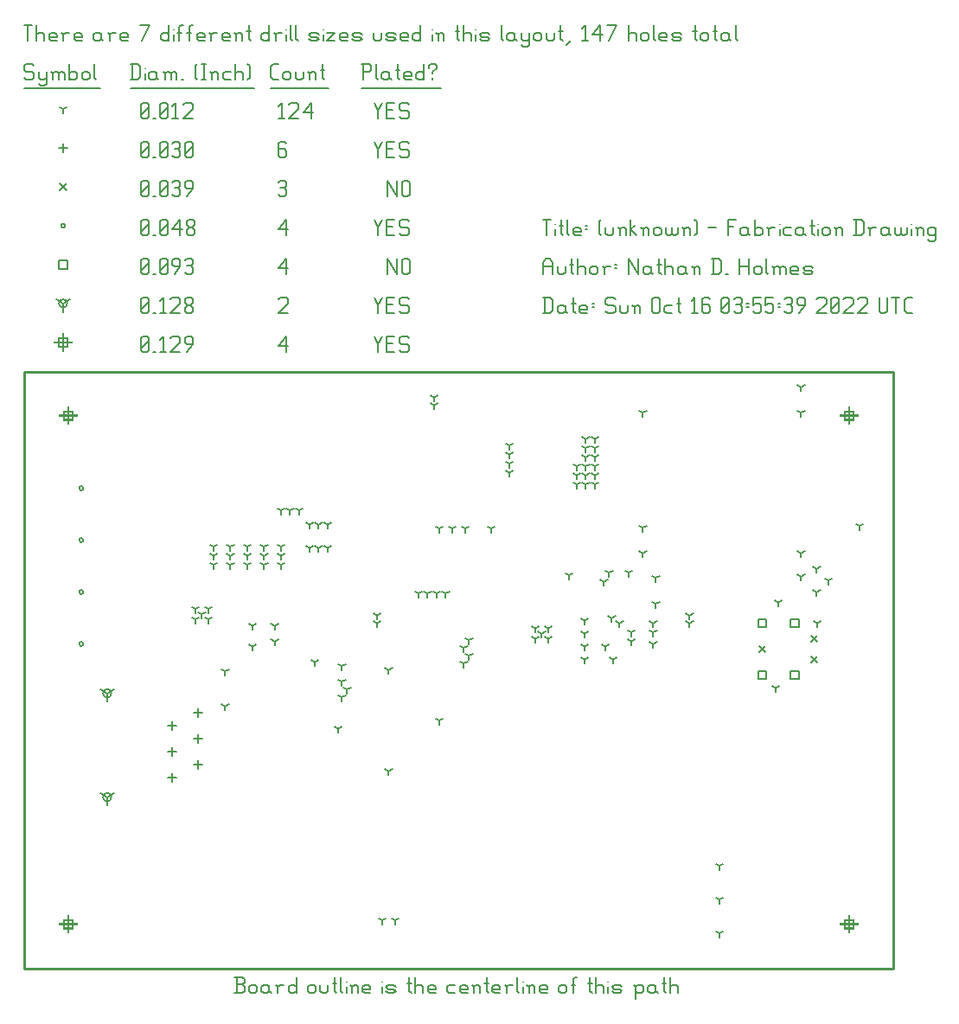
<source format=gbr>
G04 start of page 13 for group -3984 idx -3984 *
G04 Title: (unknown), fab *
G04 Creator: pcb 4.0.2 *
G04 CreationDate: Sun Oct 16 03:55:39 2022 UTC *
G04 For: ndholmes *
G04 Format: Gerber/RS-274X *
G04 PCB-Dimensions (mil): 3350.00 2300.00 *
G04 PCB-Coordinate-Origin: lower left *
%MOIN*%
%FSLAX25Y25*%
%LNFAB*%
%ADD79C,0.0100*%
%ADD78C,0.0075*%
%ADD77C,0.0060*%
%ADD76R,0.0080X0.0080*%
G54D76*X17000Y20200D02*Y13800D01*
X13800Y17000D02*X20200D01*
X15400Y18600D02*X18600D01*
X15400D02*Y15400D01*
X18600D01*
Y18600D02*Y15400D01*
X17000Y216200D02*Y209800D01*
X13800Y213000D02*X20200D01*
X15400Y214600D02*X18600D01*
X15400D02*Y211400D01*
X18600D01*
Y214600D02*Y211400D01*
X318000Y216200D02*Y209800D01*
X314800Y213000D02*X321200D01*
X316400Y214600D02*X319600D01*
X316400D02*Y211400D01*
X319600D01*
Y214600D02*Y211400D01*
X318000Y20200D02*Y13800D01*
X314800Y17000D02*X321200D01*
X316400Y18600D02*X319600D01*
X316400D02*Y15400D01*
X319600D01*
Y18600D02*Y15400D01*
X15000Y244450D02*Y238050D01*
X11800Y241250D02*X18200D01*
X13400Y242850D02*X16600D01*
X13400D02*Y239650D01*
X16600D01*
Y242850D02*Y239650D01*
G54D77*X135000Y243500D02*X136500Y240500D01*
X138000Y243500D01*
X136500Y240500D02*Y237500D01*
X139800Y240800D02*X142050D01*
X139800Y237500D02*X142800D01*
X139800Y243500D02*Y237500D01*
Y243500D02*X142800D01*
X147600D02*X148350Y242750D01*
X145350Y243500D02*X147600D01*
X144600Y242750D02*X145350Y243500D01*
X144600Y242750D02*Y241250D01*
X145350Y240500D01*
X147600D01*
X148350Y239750D01*
Y238250D01*
X147600Y237500D02*X148350Y238250D01*
X145350Y237500D02*X147600D01*
X144600Y238250D02*X145350Y237500D01*
X98000Y239750D02*X101000Y243500D01*
X98000Y239750D02*X101750D01*
X101000Y243500D02*Y237500D01*
X45000Y238250D02*X45750Y237500D01*
X45000Y242750D02*Y238250D01*
Y242750D02*X45750Y243500D01*
X47250D01*
X48000Y242750D01*
Y238250D01*
X47250Y237500D02*X48000Y238250D01*
X45750Y237500D02*X47250D01*
X45000Y239000D02*X48000Y242000D01*
X49800Y237500D02*X50550D01*
X52350Y242300D02*X53550Y243500D01*
Y237500D01*
X52350D02*X54600D01*
X56400Y242750D02*X57150Y243500D01*
X59400D01*
X60150Y242750D01*
Y241250D01*
X56400Y237500D02*X60150Y241250D01*
X56400Y237500D02*X60150D01*
X62700D02*X64950Y240500D01*
Y242750D02*Y240500D01*
X64200Y243500D02*X64950Y242750D01*
X62700Y243500D02*X64200D01*
X61950Y242750D02*X62700Y243500D01*
X61950Y242750D02*Y241250D01*
X62700Y240500D01*
X64950D01*
X32000Y106000D02*Y102800D01*
Y106000D02*X34773Y107600D01*
X32000Y106000D02*X29227Y107600D01*
X30400Y106000D02*G75*G03X33600Y106000I1600J0D01*G01*
G75*G03X30400Y106000I-1600J0D01*G01*
X32000Y66000D02*Y62800D01*
Y66000D02*X34773Y67600D01*
X32000Y66000D02*X29227Y67600D01*
X30400Y66000D02*G75*G03X33600Y66000I1600J0D01*G01*
G75*G03X30400Y66000I-1600J0D01*G01*
X15000Y256250D02*Y253050D01*
Y256250D02*X17773Y257850D01*
X15000Y256250D02*X12227Y257850D01*
X13400Y256250D02*G75*G03X16600Y256250I1600J0D01*G01*
G75*G03X13400Y256250I-1600J0D01*G01*
X135000Y258500D02*X136500Y255500D01*
X138000Y258500D01*
X136500Y255500D02*Y252500D01*
X139800Y255800D02*X142050D01*
X139800Y252500D02*X142800D01*
X139800Y258500D02*Y252500D01*
Y258500D02*X142800D01*
X147600D02*X148350Y257750D01*
X145350Y258500D02*X147600D01*
X144600Y257750D02*X145350Y258500D01*
X144600Y257750D02*Y256250D01*
X145350Y255500D01*
X147600D01*
X148350Y254750D01*
Y253250D01*
X147600Y252500D02*X148350Y253250D01*
X145350Y252500D02*X147600D01*
X144600Y253250D02*X145350Y252500D01*
X98000Y257750D02*X98750Y258500D01*
X101000D01*
X101750Y257750D01*
Y256250D01*
X98000Y252500D02*X101750Y256250D01*
X98000Y252500D02*X101750D01*
X45000Y253250D02*X45750Y252500D01*
X45000Y257750D02*Y253250D01*
Y257750D02*X45750Y258500D01*
X47250D01*
X48000Y257750D01*
Y253250D01*
X47250Y252500D02*X48000Y253250D01*
X45750Y252500D02*X47250D01*
X45000Y254000D02*X48000Y257000D01*
X49800Y252500D02*X50550D01*
X52350Y257300D02*X53550Y258500D01*
Y252500D01*
X52350D02*X54600D01*
X56400Y257750D02*X57150Y258500D01*
X59400D01*
X60150Y257750D01*
Y256250D01*
X56400Y252500D02*X60150Y256250D01*
X56400Y252500D02*X60150D01*
X61950Y253250D02*X62700Y252500D01*
X61950Y254450D02*Y253250D01*
Y254450D02*X63000Y255500D01*
X63900D01*
X64950Y254450D01*
Y253250D01*
X64200Y252500D02*X64950Y253250D01*
X62700Y252500D02*X64200D01*
X61950Y256550D02*X63000Y255500D01*
X61950Y257750D02*Y256550D01*
Y257750D02*X62700Y258500D01*
X64200D01*
X64950Y257750D01*
Y256550D01*
X63900Y255500D02*X64950Y256550D01*
X282900Y134600D02*X286100D01*
X282900D02*Y131400D01*
X286100D01*
Y134600D02*Y131400D01*
X295400Y134600D02*X298600D01*
X295400D02*Y131400D01*
X298600D01*
Y134600D02*Y131400D01*
X295400Y114600D02*X298600D01*
X295400D02*Y111400D01*
X298600D01*
Y114600D02*Y111400D01*
X282900Y114600D02*X286100D01*
X282900D02*Y111400D01*
X286100D01*
Y114600D02*Y111400D01*
X13400Y272850D02*X16600D01*
X13400D02*Y269650D01*
X16600D01*
Y272850D02*Y269650D01*
X140000Y273500D02*Y267500D01*
Y273500D02*X143750Y267500D01*
Y273500D02*Y267500D01*
X145550Y272750D02*Y268250D01*
Y272750D02*X146300Y273500D01*
X147800D01*
X148550Y272750D01*
Y268250D01*
X147800Y267500D02*X148550Y268250D01*
X146300Y267500D02*X147800D01*
X145550Y268250D02*X146300Y267500D01*
X98000Y269750D02*X101000Y273500D01*
X98000Y269750D02*X101750D01*
X101000Y273500D02*Y267500D01*
X45000Y268250D02*X45750Y267500D01*
X45000Y272750D02*Y268250D01*
Y272750D02*X45750Y273500D01*
X47250D01*
X48000Y272750D01*
Y268250D01*
X47250Y267500D02*X48000Y268250D01*
X45750Y267500D02*X47250D01*
X45000Y269000D02*X48000Y272000D01*
X49800Y267500D02*X50550D01*
X52350Y268250D02*X53100Y267500D01*
X52350Y272750D02*Y268250D01*
Y272750D02*X53100Y273500D01*
X54600D01*
X55350Y272750D01*
Y268250D01*
X54600Y267500D02*X55350Y268250D01*
X53100Y267500D02*X54600D01*
X52350Y269000D02*X55350Y272000D01*
X57900Y267500D02*X60150Y270500D01*
Y272750D02*Y270500D01*
X59400Y273500D02*X60150Y272750D01*
X57900Y273500D02*X59400D01*
X57150Y272750D02*X57900Y273500D01*
X57150Y272750D02*Y271250D01*
X57900Y270500D01*
X60150D01*
X61950Y272750D02*X62700Y273500D01*
X64200D01*
X64950Y272750D01*
X64200Y267500D02*X64950Y268250D01*
X62700Y267500D02*X64200D01*
X61950Y268250D02*X62700Y267500D01*
Y270800D02*X64200D01*
X64950Y272750D02*Y271550D01*
Y270050D02*Y268250D01*
Y270050D02*X64200Y270800D01*
X64950Y271550D02*X64200Y270800D01*
X21200Y145000D02*G75*G03X22800Y145000I800J0D01*G01*
G75*G03X21200Y145000I-800J0D01*G01*
Y125000D02*G75*G03X22800Y125000I800J0D01*G01*
G75*G03X21200Y125000I-800J0D01*G01*
Y185000D02*G75*G03X22800Y185000I800J0D01*G01*
G75*G03X21200Y185000I-800J0D01*G01*
Y165000D02*G75*G03X22800Y165000I800J0D01*G01*
G75*G03X21200Y165000I-800J0D01*G01*
X14200Y286250D02*G75*G03X15800Y286250I800J0D01*G01*
G75*G03X14200Y286250I-800J0D01*G01*
X135000Y288500D02*X136500Y285500D01*
X138000Y288500D01*
X136500Y285500D02*Y282500D01*
X139800Y285800D02*X142050D01*
X139800Y282500D02*X142800D01*
X139800Y288500D02*Y282500D01*
Y288500D02*X142800D01*
X147600D02*X148350Y287750D01*
X145350Y288500D02*X147600D01*
X144600Y287750D02*X145350Y288500D01*
X144600Y287750D02*Y286250D01*
X145350Y285500D01*
X147600D01*
X148350Y284750D01*
Y283250D01*
X147600Y282500D02*X148350Y283250D01*
X145350Y282500D02*X147600D01*
X144600Y283250D02*X145350Y282500D01*
X98000Y284750D02*X101000Y288500D01*
X98000Y284750D02*X101750D01*
X101000Y288500D02*Y282500D01*
X45000Y283250D02*X45750Y282500D01*
X45000Y287750D02*Y283250D01*
Y287750D02*X45750Y288500D01*
X47250D01*
X48000Y287750D01*
Y283250D01*
X47250Y282500D02*X48000Y283250D01*
X45750Y282500D02*X47250D01*
X45000Y284000D02*X48000Y287000D01*
X49800Y282500D02*X50550D01*
X52350Y283250D02*X53100Y282500D01*
X52350Y287750D02*Y283250D01*
Y287750D02*X53100Y288500D01*
X54600D01*
X55350Y287750D01*
Y283250D01*
X54600Y282500D02*X55350Y283250D01*
X53100Y282500D02*X54600D01*
X52350Y284000D02*X55350Y287000D01*
X57150Y284750D02*X60150Y288500D01*
X57150Y284750D02*X60900D01*
X60150Y288500D02*Y282500D01*
X62700Y283250D02*X63450Y282500D01*
X62700Y284450D02*Y283250D01*
Y284450D02*X63750Y285500D01*
X64650D01*
X65700Y284450D01*
Y283250D01*
X64950Y282500D02*X65700Y283250D01*
X63450Y282500D02*X64950D01*
X62700Y286550D02*X63750Y285500D01*
X62700Y287750D02*Y286550D01*
Y287750D02*X63450Y288500D01*
X64950D01*
X65700Y287750D01*
Y286550D01*
X64650Y285500D02*X65700Y286550D01*
X283300Y124200D02*X285700Y121800D01*
X283300D02*X285700Y124200D01*
X303300Y128200D02*X305700Y125800D01*
X303300D02*X305700Y128200D01*
X303300Y120200D02*X305700Y117800D01*
X303300D02*X305700Y120200D01*
X13800Y302450D02*X16200Y300050D01*
X13800D02*X16200Y302450D01*
X140000Y303500D02*Y297500D01*
Y303500D02*X143750Y297500D01*
Y303500D02*Y297500D01*
X145550Y302750D02*Y298250D01*
Y302750D02*X146300Y303500D01*
X147800D01*
X148550Y302750D01*
Y298250D01*
X147800Y297500D02*X148550Y298250D01*
X146300Y297500D02*X147800D01*
X145550Y298250D02*X146300Y297500D01*
X98000Y302750D02*X98750Y303500D01*
X100250D01*
X101000Y302750D01*
X100250Y297500D02*X101000Y298250D01*
X98750Y297500D02*X100250D01*
X98000Y298250D02*X98750Y297500D01*
Y300800D02*X100250D01*
X101000Y302750D02*Y301550D01*
Y300050D02*Y298250D01*
Y300050D02*X100250Y300800D01*
X101000Y301550D02*X100250Y300800D01*
X45000Y298250D02*X45750Y297500D01*
X45000Y302750D02*Y298250D01*
Y302750D02*X45750Y303500D01*
X47250D01*
X48000Y302750D01*
Y298250D01*
X47250Y297500D02*X48000Y298250D01*
X45750Y297500D02*X47250D01*
X45000Y299000D02*X48000Y302000D01*
X49800Y297500D02*X50550D01*
X52350Y298250D02*X53100Y297500D01*
X52350Y302750D02*Y298250D01*
Y302750D02*X53100Y303500D01*
X54600D01*
X55350Y302750D01*
Y298250D01*
X54600Y297500D02*X55350Y298250D01*
X53100Y297500D02*X54600D01*
X52350Y299000D02*X55350Y302000D01*
X57150Y302750D02*X57900Y303500D01*
X59400D01*
X60150Y302750D01*
X59400Y297500D02*X60150Y298250D01*
X57900Y297500D02*X59400D01*
X57150Y298250D02*X57900Y297500D01*
Y300800D02*X59400D01*
X60150Y302750D02*Y301550D01*
Y300050D02*Y298250D01*
Y300050D02*X59400Y300800D01*
X60150Y301550D02*X59400Y300800D01*
X62700Y297500D02*X64950Y300500D01*
Y302750D02*Y300500D01*
X64200Y303500D02*X64950Y302750D01*
X62700Y303500D02*X64200D01*
X61950Y302750D02*X62700Y303500D01*
X61950Y302750D02*Y301250D01*
X62700Y300500D01*
X64950D01*
X67000Y100100D02*Y96900D01*
X65400Y98500D02*X68600D01*
X57000Y95100D02*Y91900D01*
X55400Y93500D02*X58600D01*
X67000Y90100D02*Y86900D01*
X65400Y88500D02*X68600D01*
X57000Y85100D02*Y81900D01*
X55400Y83500D02*X58600D01*
X67000Y80100D02*Y76900D01*
X65400Y78500D02*X68600D01*
X57000Y75100D02*Y71900D01*
X55400Y73500D02*X58600D01*
X15000Y317850D02*Y314650D01*
X13400Y316250D02*X16600D01*
X135000Y318500D02*X136500Y315500D01*
X138000Y318500D01*
X136500Y315500D02*Y312500D01*
X139800Y315800D02*X142050D01*
X139800Y312500D02*X142800D01*
X139800Y318500D02*Y312500D01*
Y318500D02*X142800D01*
X147600D02*X148350Y317750D01*
X145350Y318500D02*X147600D01*
X144600Y317750D02*X145350Y318500D01*
X144600Y317750D02*Y316250D01*
X145350Y315500D01*
X147600D01*
X148350Y314750D01*
Y313250D01*
X147600Y312500D02*X148350Y313250D01*
X145350Y312500D02*X147600D01*
X144600Y313250D02*X145350Y312500D01*
X100250Y318500D02*X101000Y317750D01*
X98750Y318500D02*X100250D01*
X98000Y317750D02*X98750Y318500D01*
X98000Y317750D02*Y313250D01*
X98750Y312500D01*
X100250Y315800D02*X101000Y315050D01*
X98000Y315800D02*X100250D01*
X98750Y312500D02*X100250D01*
X101000Y313250D01*
Y315050D02*Y313250D01*
X45000D02*X45750Y312500D01*
X45000Y317750D02*Y313250D01*
Y317750D02*X45750Y318500D01*
X47250D01*
X48000Y317750D01*
Y313250D01*
X47250Y312500D02*X48000Y313250D01*
X45750Y312500D02*X47250D01*
X45000Y314000D02*X48000Y317000D01*
X49800Y312500D02*X50550D01*
X52350Y313250D02*X53100Y312500D01*
X52350Y317750D02*Y313250D01*
Y317750D02*X53100Y318500D01*
X54600D01*
X55350Y317750D01*
Y313250D01*
X54600Y312500D02*X55350Y313250D01*
X53100Y312500D02*X54600D01*
X52350Y314000D02*X55350Y317000D01*
X57150Y317750D02*X57900Y318500D01*
X59400D01*
X60150Y317750D01*
X59400Y312500D02*X60150Y313250D01*
X57900Y312500D02*X59400D01*
X57150Y313250D02*X57900Y312500D01*
Y315800D02*X59400D01*
X60150Y317750D02*Y316550D01*
Y315050D02*Y313250D01*
Y315050D02*X59400Y315800D01*
X60150Y316550D02*X59400Y315800D01*
X61950Y313250D02*X62700Y312500D01*
X61950Y317750D02*Y313250D01*
Y317750D02*X62700Y318500D01*
X64200D01*
X64950Y317750D01*
Y313250D01*
X64200Y312500D02*X64950Y313250D01*
X62700Y312500D02*X64200D01*
X61950Y314000D02*X64950Y317000D01*
X158000Y220000D02*Y218400D01*
Y220000D02*X159387Y220800D01*
X158000Y220000D02*X156613Y220800D01*
X158000Y217000D02*Y215400D01*
Y217000D02*X159387Y217800D01*
X158000Y217000D02*X156613Y217800D01*
X140500Y115000D02*Y113400D01*
Y115000D02*X141887Y115800D01*
X140500Y115000D02*X139113Y115800D01*
X121000Y92351D02*Y90751D01*
Y92351D02*X122387Y93151D01*
X121000Y92351D02*X119613Y93151D01*
X160000Y95500D02*Y93900D01*
Y95500D02*X161387Y96300D01*
X160000Y95500D02*X158613Y96300D01*
X140500Y76000D02*Y74400D01*
Y76000D02*X141887Y76800D01*
X140500Y76000D02*X139113Y76800D01*
X138000Y18500D02*Y16900D01*
Y18500D02*X139387Y19300D01*
X138000Y18500D02*X136613Y19300D01*
X143000Y18500D02*Y16900D01*
Y18500D02*X144387Y19300D01*
X143000Y18500D02*X141613Y19300D01*
X136000Y133000D02*Y131400D01*
Y133000D02*X137387Y133800D01*
X136000Y133000D02*X134613Y133800D01*
X136000Y136000D02*Y134400D01*
Y136000D02*X137387Y136800D01*
X136000Y136000D02*X134613Y136800D01*
X152000Y144500D02*Y142900D01*
Y144500D02*X153387Y145300D01*
X152000Y144500D02*X150613Y145300D01*
X155500Y144500D02*Y142900D01*
Y144500D02*X156887Y145300D01*
X155500Y144500D02*X154113Y145300D01*
X159000Y144500D02*Y142900D01*
Y144500D02*X160387Y145300D01*
X159000Y144500D02*X157613Y145300D01*
X162500Y144500D02*Y142900D01*
Y144500D02*X163887Y145300D01*
X162500Y144500D02*X161113Y145300D01*
X122500Y110500D02*Y108900D01*
Y110500D02*X123887Y111300D01*
X122500Y110500D02*X121113Y111300D01*
X124500Y107500D02*Y105900D01*
Y107500D02*X125887Y108300D01*
X124500Y107500D02*X123113Y108300D01*
X122500Y104500D02*Y102900D01*
Y104500D02*X123887Y105300D01*
X122500Y104500D02*X121113Y105300D01*
X122500Y116500D02*Y114900D01*
Y116500D02*X123887Y117300D01*
X122500Y116500D02*X121113Y117300D01*
X73000Y162500D02*Y160900D01*
Y162500D02*X74387Y163300D01*
X73000Y162500D02*X71613Y163300D01*
X73000Y159000D02*Y157400D01*
Y159000D02*X74387Y159800D01*
X73000Y159000D02*X71613Y159800D01*
X73000Y155500D02*Y153900D01*
Y155500D02*X74387Y156300D01*
X73000Y155500D02*X71613Y156300D01*
X77500Y114500D02*Y112900D01*
Y114500D02*X78887Y115300D01*
X77500Y114500D02*X76113Y115300D01*
X77500Y101000D02*Y99400D01*
Y101000D02*X78887Y101800D01*
X77500Y101000D02*X76113Y101800D01*
X88000Y124000D02*Y122400D01*
Y124000D02*X89387Y124800D01*
X88000Y124000D02*X86613Y124800D01*
X88000Y132000D02*Y130400D01*
Y132000D02*X89387Y132800D01*
X88000Y132000D02*X86613Y132800D01*
X96575Y132000D02*Y130400D01*
Y132000D02*X97962Y132800D01*
X96575Y132000D02*X95188Y132800D01*
X216000Y134000D02*Y132400D01*
Y134000D02*X217387Y134800D01*
X216000Y134000D02*X214613Y134800D01*
X216000Y129000D02*Y127400D01*
Y129000D02*X217387Y129800D01*
X216000Y129000D02*X214613Y129800D01*
X216000Y124000D02*Y122400D01*
Y124000D02*X217387Y124800D01*
X216000Y124000D02*X214613Y124800D01*
X216000Y119000D02*Y117400D01*
Y119000D02*X217387Y119800D01*
X216000Y119000D02*X214613Y119800D01*
X227000Y119000D02*Y117400D01*
Y119000D02*X228387Y119800D01*
X227000Y119000D02*X225613Y119800D01*
X224000Y124000D02*Y122400D01*
Y124000D02*X225387Y124800D01*
X224000Y124000D02*X222613Y124800D01*
X199500Y129000D02*Y127400D01*
Y129000D02*X200887Y129800D01*
X199500Y129000D02*X198113Y129800D01*
X202000Y131000D02*Y129400D01*
Y131000D02*X203387Y131800D01*
X202000Y131000D02*X200613Y131800D01*
X202000Y127000D02*Y125400D01*
Y127000D02*X203387Y127800D01*
X202000Y127000D02*X200613Y127800D01*
X197000Y127000D02*Y125400D01*
Y127000D02*X198387Y127800D01*
X197000Y127000D02*X195613Y127800D01*
X197000Y131000D02*Y129400D01*
Y131000D02*X198387Y131800D01*
X197000Y131000D02*X195613Y131800D01*
X68500Y136500D02*Y134900D01*
Y136500D02*X69887Y137300D01*
X68500Y136500D02*X67113Y137300D01*
X71000Y138500D02*Y136900D01*
Y138500D02*X72387Y139300D01*
X71000Y138500D02*X69613Y139300D01*
X71000Y134500D02*Y132900D01*
Y134500D02*X72387Y135300D01*
X71000Y134500D02*X69613Y135300D01*
X66000Y134500D02*Y132900D01*
Y134500D02*X67387Y135300D01*
X66000Y134500D02*X64613Y135300D01*
X66000Y138500D02*Y136900D01*
Y138500D02*X67387Y139300D01*
X66000Y138500D02*X64613Y139300D01*
X96575Y126000D02*Y124400D01*
Y126000D02*X97962Y126800D01*
X96575Y126000D02*X95188Y126800D01*
X169500Y117500D02*Y115900D01*
Y117500D02*X170887Y118300D01*
X169500Y117500D02*X168113Y118300D01*
X169500Y123500D02*Y121900D01*
Y123500D02*X170887Y124300D01*
X169500Y123500D02*X168113Y124300D01*
X171500Y120500D02*Y118900D01*
Y120500D02*X172887Y121300D01*
X171500Y120500D02*X170113Y121300D01*
X171500Y126500D02*Y124900D01*
Y126500D02*X172887Y127300D01*
X171500Y126500D02*X170113Y127300D01*
X160000Y169500D02*Y167900D01*
Y169500D02*X161387Y170300D01*
X160000Y169500D02*X158613Y170300D01*
X170000Y169500D02*Y167900D01*
Y169500D02*X171387Y170300D01*
X170000Y169500D02*X168613Y170300D01*
X180000Y169500D02*Y167900D01*
Y169500D02*X181387Y170300D01*
X180000Y169500D02*X178613Y170300D01*
X165000Y169500D02*Y167900D01*
Y169500D02*X166387Y170300D01*
X165000Y169500D02*X163613Y170300D01*
X187000Y201500D02*Y199900D01*
Y201500D02*X188387Y202300D01*
X187000Y201500D02*X185613Y202300D01*
X187000Y198000D02*Y196400D01*
Y198000D02*X188387Y198800D01*
X187000Y198000D02*X185613Y198800D01*
X187000Y194500D02*Y192900D01*
Y194500D02*X188387Y195300D01*
X187000Y194500D02*X185613Y195300D01*
X187000Y191000D02*Y189400D01*
Y191000D02*X188387Y191800D01*
X187000Y191000D02*X185613Y191800D01*
X268000Y13500D02*Y11900D01*
Y13500D02*X269387Y14300D01*
X268000Y13500D02*X266613Y14300D01*
X268000Y26500D02*Y24900D01*
Y26500D02*X269387Y27300D01*
X268000Y26500D02*X266613Y27300D01*
X268000Y39500D02*Y37900D01*
Y39500D02*X269387Y40300D01*
X268000Y39500D02*X266613Y40300D01*
X220000Y204000D02*Y202400D01*
Y204000D02*X221387Y204800D01*
X220000Y204000D02*X218613Y204800D01*
X216500Y204000D02*Y202400D01*
Y204000D02*X217887Y204800D01*
X216500Y204000D02*X215113Y204800D01*
X216500Y200500D02*Y198900D01*
Y200500D02*X217887Y201300D01*
X216500Y200500D02*X215113Y201300D01*
X220000Y200500D02*Y198900D01*
Y200500D02*X221387Y201300D01*
X220000Y200500D02*X218613Y201300D01*
X216500Y197000D02*Y195400D01*
Y197000D02*X217887Y197800D01*
X216500Y197000D02*X215113Y197800D01*
X220000Y197000D02*Y195400D01*
Y197000D02*X221387Y197800D01*
X220000Y197000D02*X218613Y197800D01*
X220000Y193500D02*Y191900D01*
Y193500D02*X221387Y194300D01*
X220000Y193500D02*X218613Y194300D01*
X216500Y193500D02*Y191900D01*
Y193500D02*X217887Y194300D01*
X216500Y193500D02*X215113Y194300D01*
X216500Y190000D02*Y188400D01*
Y190000D02*X217887Y190800D01*
X216500Y190000D02*X215113Y190800D01*
X220000Y190000D02*Y188400D01*
Y190000D02*X221387Y190800D01*
X220000Y190000D02*X218613Y190800D01*
X220000Y186500D02*Y184900D01*
Y186500D02*X221387Y187300D01*
X220000Y186500D02*X218613Y187300D01*
X216500Y186500D02*Y184900D01*
Y186500D02*X217887Y187300D01*
X216500Y186500D02*X215113Y187300D01*
X213000Y193500D02*Y191900D01*
Y193500D02*X214387Y194300D01*
X213000Y193500D02*X211613Y194300D01*
X213000Y190000D02*Y188400D01*
Y190000D02*X214387Y190800D01*
X213000Y190000D02*X211613Y190800D01*
X213000Y186500D02*Y184900D01*
Y186500D02*X214387Y187300D01*
X213000Y186500D02*X211613Y187300D01*
X238500Y169854D02*Y168254D01*
Y169854D02*X239887Y170654D01*
X238500Y169854D02*X237113Y170654D01*
X238500Y160012D02*Y158412D01*
Y160012D02*X239887Y160812D01*
X238500Y160012D02*X237113Y160812D01*
X238500Y214146D02*Y212546D01*
Y214146D02*X239887Y214946D01*
X238500Y214146D02*X237113Y214946D01*
X299500Y223988D02*Y222388D01*
Y223988D02*X300887Y224788D01*
X299500Y223988D02*X298113Y224788D01*
X299500Y214146D02*Y212546D01*
Y214146D02*X300887Y214946D01*
X299500Y214146D02*X298113Y214946D01*
X299500Y160012D02*Y158412D01*
Y160012D02*X300887Y160812D01*
X299500Y160012D02*X298113Y160812D01*
X305500Y154000D02*Y152400D01*
Y154000D02*X306887Y154800D01*
X305500Y154000D02*X304113Y154800D01*
X210000Y151500D02*Y149900D01*
Y151500D02*X211387Y152300D01*
X210000Y151500D02*X208613Y152300D01*
X234000Y129500D02*Y127900D01*
Y129500D02*X235387Y130300D01*
X234000Y129500D02*X232613Y130300D01*
X242500Y133000D02*Y131400D01*
Y133000D02*X243887Y133800D01*
X242500Y133000D02*X241113Y133800D01*
X242500Y129500D02*Y127900D01*
Y129500D02*X243887Y130300D01*
X242500Y129500D02*X241113Y130300D01*
X226500Y135000D02*Y133400D01*
Y135000D02*X227887Y135800D01*
X226500Y135000D02*X225113Y135800D01*
X223500Y149000D02*Y147400D01*
Y149000D02*X224887Y149800D01*
X223500Y149000D02*X222113Y149800D01*
X242500Y125000D02*Y123400D01*
Y125000D02*X243887Y125800D01*
X242500Y125000D02*X241113Y125800D01*
X243500Y140500D02*Y138900D01*
Y140500D02*X244887Y141300D01*
X243500Y140500D02*X242113Y141300D01*
X243500Y150500D02*Y148900D01*
Y150500D02*X244887Y151300D01*
X243500Y150500D02*X242113Y151300D01*
X322000Y170500D02*Y168900D01*
Y170500D02*X323387Y171300D01*
X322000Y170500D02*X320613Y171300D01*
X299500Y151000D02*Y149400D01*
Y151000D02*X300887Y151800D01*
X299500Y151000D02*X298113Y151800D01*
X310000Y149500D02*Y147900D01*
Y149500D02*X311387Y150300D01*
X310000Y149500D02*X308613Y150300D01*
X305500Y145000D02*Y143400D01*
Y145000D02*X306887Y145800D01*
X305500Y145000D02*X304113Y145800D01*
X305700Y133000D02*Y131400D01*
Y133000D02*X307087Y133800D01*
X305700Y133000D02*X304313Y133800D01*
X290800Y141000D02*Y139400D01*
Y141000D02*X292187Y141800D01*
X290800Y141000D02*X289413Y141800D01*
X225500Y152500D02*Y150900D01*
Y152500D02*X226887Y153300D01*
X225500Y152500D02*X224113Y153300D01*
X233000Y152500D02*Y150900D01*
Y152500D02*X234387Y153300D01*
X233000Y152500D02*X231613Y153300D01*
X229500Y133000D02*Y131400D01*
Y133000D02*X230887Y133800D01*
X229500Y133000D02*X228113Y133800D01*
X256500Y136000D02*Y134400D01*
Y136000D02*X257887Y136800D01*
X256500Y136000D02*X255113Y136800D01*
X256500Y133000D02*Y131400D01*
Y133000D02*X257887Y133800D01*
X256500Y133000D02*X255113Y133800D01*
X234000Y126000D02*Y124400D01*
Y126000D02*X235387Y126800D01*
X234000Y126000D02*X232613Y126800D01*
X289800Y108000D02*Y106400D01*
Y108000D02*X291187Y108800D01*
X289800Y108000D02*X288413Y108800D01*
X79500Y162500D02*Y160900D01*
Y162500D02*X80887Y163300D01*
X79500Y162500D02*X78113Y163300D01*
X79500Y159000D02*Y157400D01*
Y159000D02*X80887Y159800D01*
X79500Y159000D02*X78113Y159800D01*
X79500Y155500D02*Y153900D01*
Y155500D02*X80887Y156300D01*
X79500Y155500D02*X78113Y156300D01*
X86000Y162500D02*Y160900D01*
Y162500D02*X87387Y163300D01*
X86000Y162500D02*X84613Y163300D01*
X86000Y159000D02*Y157400D01*
Y159000D02*X87387Y159800D01*
X86000Y159000D02*X84613Y159800D01*
X86000Y155500D02*Y153900D01*
Y155500D02*X87387Y156300D01*
X86000Y155500D02*X84613Y156300D01*
X92500Y162500D02*Y160900D01*
Y162500D02*X93887Y163300D01*
X92500Y162500D02*X91113Y163300D01*
X92500Y159000D02*Y157400D01*
Y159000D02*X93887Y159800D01*
X92500Y159000D02*X91113Y159800D01*
X92500Y155500D02*Y153900D01*
Y155500D02*X93887Y156300D01*
X92500Y155500D02*X91113Y156300D01*
X99000Y162500D02*Y160900D01*
Y162500D02*X100387Y163300D01*
X99000Y162500D02*X97613Y163300D01*
X99000Y159000D02*Y157400D01*
Y159000D02*X100387Y159800D01*
X99000Y159000D02*X97613Y159800D01*
X99000Y155500D02*Y153900D01*
Y155500D02*X100387Y156300D01*
X99000Y155500D02*X97613Y156300D01*
X110000Y171000D02*Y169400D01*
Y171000D02*X111387Y171800D01*
X110000Y171000D02*X108613Y171800D01*
X113500Y171000D02*Y169400D01*
Y171000D02*X114887Y171800D01*
X113500Y171000D02*X112113Y171800D01*
X117000Y171000D02*Y169400D01*
Y171000D02*X118387Y171800D01*
X117000Y171000D02*X115613Y171800D01*
X110000Y162000D02*Y160400D01*
Y162000D02*X111387Y162800D01*
X110000Y162000D02*X108613Y162800D01*
X113500Y162000D02*Y160400D01*
Y162000D02*X114887Y162800D01*
X113500Y162000D02*X112113Y162800D01*
X117000Y162000D02*Y160400D01*
Y162000D02*X118387Y162800D01*
X117000Y162000D02*X115613Y162800D01*
X99000Y176500D02*Y174900D01*
Y176500D02*X100387Y177300D01*
X99000Y176500D02*X97613Y177300D01*
X102500Y176500D02*Y174900D01*
Y176500D02*X103887Y177300D01*
X102500Y176500D02*X101113Y177300D01*
X106000Y176500D02*Y174900D01*
Y176500D02*X107387Y177300D01*
X106000Y176500D02*X104613Y177300D01*
X112000Y118000D02*Y116400D01*
Y118000D02*X113387Y118800D01*
X112000Y118000D02*X110613Y118800D01*
X15000Y331250D02*Y329650D01*
Y331250D02*X16387Y332050D01*
X15000Y331250D02*X13613Y332050D01*
X135000Y333500D02*X136500Y330500D01*
X138000Y333500D01*
X136500Y330500D02*Y327500D01*
X139800Y330800D02*X142050D01*
X139800Y327500D02*X142800D01*
X139800Y333500D02*Y327500D01*
Y333500D02*X142800D01*
X147600D02*X148350Y332750D01*
X145350Y333500D02*X147600D01*
X144600Y332750D02*X145350Y333500D01*
X144600Y332750D02*Y331250D01*
X145350Y330500D01*
X147600D01*
X148350Y329750D01*
Y328250D01*
X147600Y327500D02*X148350Y328250D01*
X145350Y327500D02*X147600D01*
X144600Y328250D02*X145350Y327500D01*
X98000Y332300D02*X99200Y333500D01*
Y327500D01*
X98000D02*X100250D01*
X102050Y332750D02*X102800Y333500D01*
X105050D01*
X105800Y332750D01*
Y331250D01*
X102050Y327500D02*X105800Y331250D01*
X102050Y327500D02*X105800D01*
X107600Y329750D02*X110600Y333500D01*
X107600Y329750D02*X111350D01*
X110600Y333500D02*Y327500D01*
X45000Y328250D02*X45750Y327500D01*
X45000Y332750D02*Y328250D01*
Y332750D02*X45750Y333500D01*
X47250D01*
X48000Y332750D01*
Y328250D01*
X47250Y327500D02*X48000Y328250D01*
X45750Y327500D02*X47250D01*
X45000Y329000D02*X48000Y332000D01*
X49800Y327500D02*X50550D01*
X52350Y328250D02*X53100Y327500D01*
X52350Y332750D02*Y328250D01*
Y332750D02*X53100Y333500D01*
X54600D01*
X55350Y332750D01*
Y328250D01*
X54600Y327500D02*X55350Y328250D01*
X53100Y327500D02*X54600D01*
X52350Y329000D02*X55350Y332000D01*
X57150Y332300D02*X58350Y333500D01*
Y327500D01*
X57150D02*X59400D01*
X61200Y332750D02*X61950Y333500D01*
X64200D01*
X64950Y332750D01*
Y331250D01*
X61200Y327500D02*X64950Y331250D01*
X61200Y327500D02*X64950D01*
X3000Y348500D02*X3750Y347750D01*
X750Y348500D02*X3000D01*
X0Y347750D02*X750Y348500D01*
X0Y347750D02*Y346250D01*
X750Y345500D01*
X3000D01*
X3750Y344750D01*
Y343250D01*
X3000Y342500D02*X3750Y343250D01*
X750Y342500D02*X3000D01*
X0Y343250D02*X750Y342500D01*
X5550Y345500D02*Y343250D01*
X6300Y342500D01*
X8550Y345500D02*Y341000D01*
X7800Y340250D02*X8550Y341000D01*
X6300Y340250D02*X7800D01*
X5550Y341000D02*X6300Y340250D01*
Y342500D02*X7800D01*
X8550Y343250D01*
X11100Y344750D02*Y342500D01*
Y344750D02*X11850Y345500D01*
X12600D01*
X13350Y344750D01*
Y342500D01*
Y344750D02*X14100Y345500D01*
X14850D01*
X15600Y344750D01*
Y342500D01*
X10350Y345500D02*X11100Y344750D01*
X17400Y348500D02*Y342500D01*
Y343250D02*X18150Y342500D01*
X19650D01*
X20400Y343250D01*
Y344750D02*Y343250D01*
X19650Y345500D02*X20400Y344750D01*
X18150Y345500D02*X19650D01*
X17400Y344750D02*X18150Y345500D01*
X22200Y344750D02*Y343250D01*
Y344750D02*X22950Y345500D01*
X24450D01*
X25200Y344750D01*
Y343250D01*
X24450Y342500D02*X25200Y343250D01*
X22950Y342500D02*X24450D01*
X22200Y343250D02*X22950Y342500D01*
X27000Y348500D02*Y343250D01*
X27750Y342500D01*
X0Y339250D02*X29250D01*
X41750Y348500D02*Y342500D01*
X43700Y348500D02*X44750Y347450D01*
Y343550D01*
X43700Y342500D02*X44750Y343550D01*
X41000Y342500D02*X43700D01*
X41000Y348500D02*X43700D01*
G54D78*X46550Y347000D02*Y346850D01*
G54D77*Y344750D02*Y342500D01*
X50300Y345500D02*X51050Y344750D01*
X48800Y345500D02*X50300D01*
X48050Y344750D02*X48800Y345500D01*
X48050Y344750D02*Y343250D01*
X48800Y342500D01*
X51050Y345500D02*Y343250D01*
X51800Y342500D01*
X48800D02*X50300D01*
X51050Y343250D01*
X54350Y344750D02*Y342500D01*
Y344750D02*X55100Y345500D01*
X55850D01*
X56600Y344750D01*
Y342500D01*
Y344750D02*X57350Y345500D01*
X58100D01*
X58850Y344750D01*
Y342500D01*
X53600Y345500D02*X54350Y344750D01*
X60650Y342500D02*X61400D01*
X65900Y343250D02*X66650Y342500D01*
X65900Y347750D02*X66650Y348500D01*
X65900Y347750D02*Y343250D01*
X68450Y348500D02*X69950D01*
X69200D02*Y342500D01*
X68450D02*X69950D01*
X72500Y344750D02*Y342500D01*
Y344750D02*X73250Y345500D01*
X74000D01*
X74750Y344750D01*
Y342500D01*
X71750Y345500D02*X72500Y344750D01*
X77300Y345500D02*X79550D01*
X76550Y344750D02*X77300Y345500D01*
X76550Y344750D02*Y343250D01*
X77300Y342500D01*
X79550D01*
X81350Y348500D02*Y342500D01*
Y344750D02*X82100Y345500D01*
X83600D01*
X84350Y344750D01*
Y342500D01*
X86150Y348500D02*X86900Y347750D01*
Y343250D01*
X86150Y342500D02*X86900Y343250D01*
X41000Y339250D02*X88700D01*
X96050Y342500D02*X98000D01*
X95000Y343550D02*X96050Y342500D01*
X95000Y347450D02*Y343550D01*
Y347450D02*X96050Y348500D01*
X98000D01*
X99800Y344750D02*Y343250D01*
Y344750D02*X100550Y345500D01*
X102050D01*
X102800Y344750D01*
Y343250D01*
X102050Y342500D02*X102800Y343250D01*
X100550Y342500D02*X102050D01*
X99800Y343250D02*X100550Y342500D01*
X104600Y345500D02*Y343250D01*
X105350Y342500D01*
X106850D01*
X107600Y343250D01*
Y345500D02*Y343250D01*
X110150Y344750D02*Y342500D01*
Y344750D02*X110900Y345500D01*
X111650D01*
X112400Y344750D01*
Y342500D01*
X109400Y345500D02*X110150Y344750D01*
X114950Y348500D02*Y343250D01*
X115700Y342500D01*
X114200Y346250D02*X115700D01*
X95000Y339250D02*X117200D01*
X130750Y348500D02*Y342500D01*
X130000Y348500D02*X133000D01*
X133750Y347750D01*
Y346250D01*
X133000Y345500D02*X133750Y346250D01*
X130750Y345500D02*X133000D01*
X135550Y348500D02*Y343250D01*
X136300Y342500D01*
X140050Y345500D02*X140800Y344750D01*
X138550Y345500D02*X140050D01*
X137800Y344750D02*X138550Y345500D01*
X137800Y344750D02*Y343250D01*
X138550Y342500D01*
X140800Y345500D02*Y343250D01*
X141550Y342500D01*
X138550D02*X140050D01*
X140800Y343250D01*
X144100Y348500D02*Y343250D01*
X144850Y342500D01*
X143350Y346250D02*X144850D01*
X147100Y342500D02*X149350D01*
X146350Y343250D02*X147100Y342500D01*
X146350Y344750D02*Y343250D01*
Y344750D02*X147100Y345500D01*
X148600D01*
X149350Y344750D01*
X146350Y344000D02*X149350D01*
Y344750D02*Y344000D01*
X154150Y348500D02*Y342500D01*
X153400D02*X154150Y343250D01*
X151900Y342500D02*X153400D01*
X151150Y343250D02*X151900Y342500D01*
X151150Y344750D02*Y343250D01*
Y344750D02*X151900Y345500D01*
X153400D01*
X154150Y344750D01*
X157450Y345500D02*Y344750D01*
Y343250D02*Y342500D01*
X155950Y347750D02*Y347000D01*
Y347750D02*X156700Y348500D01*
X158200D01*
X158950Y347750D01*
Y347000D01*
X157450Y345500D02*X158950Y347000D01*
X130000Y339250D02*X160750D01*
X0Y363500D02*X3000D01*
X1500D02*Y357500D01*
X4800Y363500D02*Y357500D01*
Y359750D02*X5550Y360500D01*
X7050D01*
X7800Y359750D01*
Y357500D01*
X10350D02*X12600D01*
X9600Y358250D02*X10350Y357500D01*
X9600Y359750D02*Y358250D01*
Y359750D02*X10350Y360500D01*
X11850D01*
X12600Y359750D01*
X9600Y359000D02*X12600D01*
Y359750D02*Y359000D01*
X15150Y359750D02*Y357500D01*
Y359750D02*X15900Y360500D01*
X17400D01*
X14400D02*X15150Y359750D01*
X19950Y357500D02*X22200D01*
X19200Y358250D02*X19950Y357500D01*
X19200Y359750D02*Y358250D01*
Y359750D02*X19950Y360500D01*
X21450D01*
X22200Y359750D01*
X19200Y359000D02*X22200D01*
Y359750D02*Y359000D01*
X28950Y360500D02*X29700Y359750D01*
X27450Y360500D02*X28950D01*
X26700Y359750D02*X27450Y360500D01*
X26700Y359750D02*Y358250D01*
X27450Y357500D01*
X29700Y360500D02*Y358250D01*
X30450Y357500D01*
X27450D02*X28950D01*
X29700Y358250D01*
X33000Y359750D02*Y357500D01*
Y359750D02*X33750Y360500D01*
X35250D01*
X32250D02*X33000Y359750D01*
X37800Y357500D02*X40050D01*
X37050Y358250D02*X37800Y357500D01*
X37050Y359750D02*Y358250D01*
Y359750D02*X37800Y360500D01*
X39300D01*
X40050Y359750D01*
X37050Y359000D02*X40050D01*
Y359750D02*Y359000D01*
X45300Y357500D02*X48300Y363500D01*
X44550D02*X48300D01*
X55800D02*Y357500D01*
X55050D02*X55800Y358250D01*
X53550Y357500D02*X55050D01*
X52800Y358250D02*X53550Y357500D01*
X52800Y359750D02*Y358250D01*
Y359750D02*X53550Y360500D01*
X55050D01*
X55800Y359750D01*
G54D78*X57600Y362000D02*Y361850D01*
G54D77*Y359750D02*Y357500D01*
X59850Y362750D02*Y357500D01*
Y362750D02*X60600Y363500D01*
X61350D01*
X59100Y360500D02*X60600D01*
X63600Y362750D02*Y357500D01*
Y362750D02*X64350Y363500D01*
X65100D01*
X62850Y360500D02*X64350D01*
X67350Y357500D02*X69600D01*
X66600Y358250D02*X67350Y357500D01*
X66600Y359750D02*Y358250D01*
Y359750D02*X67350Y360500D01*
X68850D01*
X69600Y359750D01*
X66600Y359000D02*X69600D01*
Y359750D02*Y359000D01*
X72150Y359750D02*Y357500D01*
Y359750D02*X72900Y360500D01*
X74400D01*
X71400D02*X72150Y359750D01*
X76950Y357500D02*X79200D01*
X76200Y358250D02*X76950Y357500D01*
X76200Y359750D02*Y358250D01*
Y359750D02*X76950Y360500D01*
X78450D01*
X79200Y359750D01*
X76200Y359000D02*X79200D01*
Y359750D02*Y359000D01*
X81750Y359750D02*Y357500D01*
Y359750D02*X82500Y360500D01*
X83250D01*
X84000Y359750D01*
Y357500D01*
X81000Y360500D02*X81750Y359750D01*
X86550Y363500D02*Y358250D01*
X87300Y357500D01*
X85800Y361250D02*X87300D01*
X94500Y363500D02*Y357500D01*
X93750D02*X94500Y358250D01*
X92250Y357500D02*X93750D01*
X91500Y358250D02*X92250Y357500D01*
X91500Y359750D02*Y358250D01*
Y359750D02*X92250Y360500D01*
X93750D01*
X94500Y359750D01*
X97050D02*Y357500D01*
Y359750D02*X97800Y360500D01*
X99300D01*
X96300D02*X97050Y359750D01*
G54D78*X101100Y362000D02*Y361850D01*
G54D77*Y359750D02*Y357500D01*
X102600Y363500D02*Y358250D01*
X103350Y357500D01*
X104850Y363500D02*Y358250D01*
X105600Y357500D01*
X110550D02*X112800D01*
X113550Y358250D01*
X112800Y359000D02*X113550Y358250D01*
X110550Y359000D02*X112800D01*
X109800Y359750D02*X110550Y359000D01*
X109800Y359750D02*X110550Y360500D01*
X112800D01*
X113550Y359750D01*
X109800Y358250D02*X110550Y357500D01*
G54D78*X115350Y362000D02*Y361850D01*
G54D77*Y359750D02*Y357500D01*
X116850Y360500D02*X119850D01*
X116850Y357500D02*X119850Y360500D01*
X116850Y357500D02*X119850D01*
X122400D02*X124650D01*
X121650Y358250D02*X122400Y357500D01*
X121650Y359750D02*Y358250D01*
Y359750D02*X122400Y360500D01*
X123900D01*
X124650Y359750D01*
X121650Y359000D02*X124650D01*
Y359750D02*Y359000D01*
X127200Y357500D02*X129450D01*
X130200Y358250D01*
X129450Y359000D02*X130200Y358250D01*
X127200Y359000D02*X129450D01*
X126450Y359750D02*X127200Y359000D01*
X126450Y359750D02*X127200Y360500D01*
X129450D01*
X130200Y359750D01*
X126450Y358250D02*X127200Y357500D01*
X134700Y360500D02*Y358250D01*
X135450Y357500D01*
X136950D01*
X137700Y358250D01*
Y360500D02*Y358250D01*
X140250Y357500D02*X142500D01*
X143250Y358250D01*
X142500Y359000D02*X143250Y358250D01*
X140250Y359000D02*X142500D01*
X139500Y359750D02*X140250Y359000D01*
X139500Y359750D02*X140250Y360500D01*
X142500D01*
X143250Y359750D01*
X139500Y358250D02*X140250Y357500D01*
X145800D02*X148050D01*
X145050Y358250D02*X145800Y357500D01*
X145050Y359750D02*Y358250D01*
Y359750D02*X145800Y360500D01*
X147300D01*
X148050Y359750D01*
X145050Y359000D02*X148050D01*
Y359750D02*Y359000D01*
X152850Y363500D02*Y357500D01*
X152100D02*X152850Y358250D01*
X150600Y357500D02*X152100D01*
X149850Y358250D02*X150600Y357500D01*
X149850Y359750D02*Y358250D01*
Y359750D02*X150600Y360500D01*
X152100D01*
X152850Y359750D01*
G54D78*X157350Y362000D02*Y361850D01*
G54D77*Y359750D02*Y357500D01*
X159600Y359750D02*Y357500D01*
Y359750D02*X160350Y360500D01*
X161100D01*
X161850Y359750D01*
Y357500D01*
X158850Y360500D02*X159600Y359750D01*
X167100Y363500D02*Y358250D01*
X167850Y357500D01*
X166350Y361250D02*X167850D01*
X169350Y363500D02*Y357500D01*
Y359750D02*X170100Y360500D01*
X171600D01*
X172350Y359750D01*
Y357500D01*
G54D78*X174150Y362000D02*Y361850D01*
G54D77*Y359750D02*Y357500D01*
X176400D02*X178650D01*
X179400Y358250D01*
X178650Y359000D02*X179400Y358250D01*
X176400Y359000D02*X178650D01*
X175650Y359750D02*X176400Y359000D01*
X175650Y359750D02*X176400Y360500D01*
X178650D01*
X179400Y359750D01*
X175650Y358250D02*X176400Y357500D01*
X183900Y363500D02*Y358250D01*
X184650Y357500D01*
X188400Y360500D02*X189150Y359750D01*
X186900Y360500D02*X188400D01*
X186150Y359750D02*X186900Y360500D01*
X186150Y359750D02*Y358250D01*
X186900Y357500D01*
X189150Y360500D02*Y358250D01*
X189900Y357500D01*
X186900D02*X188400D01*
X189150Y358250D01*
X191700Y360500D02*Y358250D01*
X192450Y357500D01*
X194700Y360500D02*Y356000D01*
X193950Y355250D02*X194700Y356000D01*
X192450Y355250D02*X193950D01*
X191700Y356000D02*X192450Y355250D01*
Y357500D02*X193950D01*
X194700Y358250D01*
X196500Y359750D02*Y358250D01*
Y359750D02*X197250Y360500D01*
X198750D01*
X199500Y359750D01*
Y358250D01*
X198750Y357500D02*X199500Y358250D01*
X197250Y357500D02*X198750D01*
X196500Y358250D02*X197250Y357500D01*
X201300Y360500D02*Y358250D01*
X202050Y357500D01*
X203550D01*
X204300Y358250D01*
Y360500D02*Y358250D01*
X206850Y363500D02*Y358250D01*
X207600Y357500D01*
X206100Y361250D02*X207600D01*
X209100Y356000D02*X210600Y357500D01*
X215100Y362300D02*X216300Y363500D01*
Y357500D01*
X215100D02*X217350D01*
X219150Y359750D02*X222150Y363500D01*
X219150Y359750D02*X222900D01*
X222150Y363500D02*Y357500D01*
X225450D02*X228450Y363500D01*
X224700D02*X228450D01*
X232950D02*Y357500D01*
Y359750D02*X233700Y360500D01*
X235200D01*
X235950Y359750D01*
Y357500D01*
X237750Y359750D02*Y358250D01*
Y359750D02*X238500Y360500D01*
X240000D01*
X240750Y359750D01*
Y358250D01*
X240000Y357500D02*X240750Y358250D01*
X238500Y357500D02*X240000D01*
X237750Y358250D02*X238500Y357500D01*
X242550Y363500D02*Y358250D01*
X243300Y357500D01*
X245550D02*X247800D01*
X244800Y358250D02*X245550Y357500D01*
X244800Y359750D02*Y358250D01*
Y359750D02*X245550Y360500D01*
X247050D01*
X247800Y359750D01*
X244800Y359000D02*X247800D01*
Y359750D02*Y359000D01*
X250350Y357500D02*X252600D01*
X253350Y358250D01*
X252600Y359000D02*X253350Y358250D01*
X250350Y359000D02*X252600D01*
X249600Y359750D02*X250350Y359000D01*
X249600Y359750D02*X250350Y360500D01*
X252600D01*
X253350Y359750D01*
X249600Y358250D02*X250350Y357500D01*
X258600Y363500D02*Y358250D01*
X259350Y357500D01*
X257850Y361250D02*X259350D01*
X260850Y359750D02*Y358250D01*
Y359750D02*X261600Y360500D01*
X263100D01*
X263850Y359750D01*
Y358250D01*
X263100Y357500D02*X263850Y358250D01*
X261600Y357500D02*X263100D01*
X260850Y358250D02*X261600Y357500D01*
X266400Y363500D02*Y358250D01*
X267150Y357500D01*
X265650Y361250D02*X267150D01*
X270900Y360500D02*X271650Y359750D01*
X269400Y360500D02*X270900D01*
X268650Y359750D02*X269400Y360500D01*
X268650Y359750D02*Y358250D01*
X269400Y357500D01*
X271650Y360500D02*Y358250D01*
X272400Y357500D01*
X269400D02*X270900D01*
X271650Y358250D01*
X274200Y363500D02*Y358250D01*
X274950Y357500D01*
G54D79*X335000Y0D02*X0D01*
Y230000D01*
X335000D01*
Y0D01*
G54D77*X81175Y-9500D02*X84175D01*
X84925Y-8750D01*
Y-6950D02*Y-8750D01*
X84175Y-6200D02*X84925Y-6950D01*
X81925Y-6200D02*X84175D01*
X81925Y-3500D02*Y-9500D01*
X81175Y-3500D02*X84175D01*
X84925Y-4250D01*
Y-5450D01*
X84175Y-6200D02*X84925Y-5450D01*
X86725Y-7250D02*Y-8750D01*
Y-7250D02*X87475Y-6500D01*
X88975D01*
X89725Y-7250D01*
Y-8750D01*
X88975Y-9500D02*X89725Y-8750D01*
X87475Y-9500D02*X88975D01*
X86725Y-8750D02*X87475Y-9500D01*
X93775Y-6500D02*X94525Y-7250D01*
X92275Y-6500D02*X93775D01*
X91525Y-7250D02*X92275Y-6500D01*
X91525Y-7250D02*Y-8750D01*
X92275Y-9500D01*
X94525Y-6500D02*Y-8750D01*
X95275Y-9500D01*
X92275D02*X93775D01*
X94525Y-8750D01*
X97825Y-7250D02*Y-9500D01*
Y-7250D02*X98575Y-6500D01*
X100075D01*
X97075D02*X97825Y-7250D01*
X104875Y-3500D02*Y-9500D01*
X104125D02*X104875Y-8750D01*
X102625Y-9500D02*X104125D01*
X101875Y-8750D02*X102625Y-9500D01*
X101875Y-7250D02*Y-8750D01*
Y-7250D02*X102625Y-6500D01*
X104125D01*
X104875Y-7250D01*
X109375D02*Y-8750D01*
Y-7250D02*X110125Y-6500D01*
X111625D01*
X112375Y-7250D01*
Y-8750D01*
X111625Y-9500D02*X112375Y-8750D01*
X110125Y-9500D02*X111625D01*
X109375Y-8750D02*X110125Y-9500D01*
X114175Y-6500D02*Y-8750D01*
X114925Y-9500D01*
X116425D01*
X117175Y-8750D01*
Y-6500D02*Y-8750D01*
X119725Y-3500D02*Y-8750D01*
X120475Y-9500D01*
X118975Y-5750D02*X120475D01*
X121975Y-3500D02*Y-8750D01*
X122725Y-9500D01*
G54D78*X124225Y-5000D02*Y-5150D01*
G54D77*Y-7250D02*Y-9500D01*
X126475Y-7250D02*Y-9500D01*
Y-7250D02*X127225Y-6500D01*
X127975D01*
X128725Y-7250D01*
Y-9500D01*
X125725Y-6500D02*X126475Y-7250D01*
X131275Y-9500D02*X133525D01*
X130525Y-8750D02*X131275Y-9500D01*
X130525Y-7250D02*Y-8750D01*
Y-7250D02*X131275Y-6500D01*
X132775D01*
X133525Y-7250D01*
X130525Y-8000D02*X133525D01*
Y-7250D02*Y-8000D01*
G54D78*X138025Y-5000D02*Y-5150D01*
G54D77*Y-7250D02*Y-9500D01*
X140275D02*X142525D01*
X143275Y-8750D01*
X142525Y-8000D02*X143275Y-8750D01*
X140275Y-8000D02*X142525D01*
X139525Y-7250D02*X140275Y-8000D01*
X139525Y-7250D02*X140275Y-6500D01*
X142525D01*
X143275Y-7250D01*
X139525Y-8750D02*X140275Y-9500D01*
X148525Y-3500D02*Y-8750D01*
X149275Y-9500D01*
X147775Y-5750D02*X149275D01*
X150775Y-3500D02*Y-9500D01*
Y-7250D02*X151525Y-6500D01*
X153025D01*
X153775Y-7250D01*
Y-9500D01*
X156325D02*X158575D01*
X155575Y-8750D02*X156325Y-9500D01*
X155575Y-7250D02*Y-8750D01*
Y-7250D02*X156325Y-6500D01*
X157825D01*
X158575Y-7250D01*
X155575Y-8000D02*X158575D01*
Y-7250D02*Y-8000D01*
X163825Y-6500D02*X166075D01*
X163075Y-7250D02*X163825Y-6500D01*
X163075Y-7250D02*Y-8750D01*
X163825Y-9500D01*
X166075D01*
X168625D02*X170875D01*
X167875Y-8750D02*X168625Y-9500D01*
X167875Y-7250D02*Y-8750D01*
Y-7250D02*X168625Y-6500D01*
X170125D01*
X170875Y-7250D01*
X167875Y-8000D02*X170875D01*
Y-7250D02*Y-8000D01*
X173425Y-7250D02*Y-9500D01*
Y-7250D02*X174175Y-6500D01*
X174925D01*
X175675Y-7250D01*
Y-9500D01*
X172675Y-6500D02*X173425Y-7250D01*
X178225Y-3500D02*Y-8750D01*
X178975Y-9500D01*
X177475Y-5750D02*X178975D01*
X181225Y-9500D02*X183475D01*
X180475Y-8750D02*X181225Y-9500D01*
X180475Y-7250D02*Y-8750D01*
Y-7250D02*X181225Y-6500D01*
X182725D01*
X183475Y-7250D01*
X180475Y-8000D02*X183475D01*
Y-7250D02*Y-8000D01*
X186025Y-7250D02*Y-9500D01*
Y-7250D02*X186775Y-6500D01*
X188275D01*
X185275D02*X186025Y-7250D01*
X190075Y-3500D02*Y-8750D01*
X190825Y-9500D01*
G54D78*X192325Y-5000D02*Y-5150D01*
G54D77*Y-7250D02*Y-9500D01*
X194575Y-7250D02*Y-9500D01*
Y-7250D02*X195325Y-6500D01*
X196075D01*
X196825Y-7250D01*
Y-9500D01*
X193825Y-6500D02*X194575Y-7250D01*
X199375Y-9500D02*X201625D01*
X198625Y-8750D02*X199375Y-9500D01*
X198625Y-7250D02*Y-8750D01*
Y-7250D02*X199375Y-6500D01*
X200875D01*
X201625Y-7250D01*
X198625Y-8000D02*X201625D01*
Y-7250D02*Y-8000D01*
X206125Y-7250D02*Y-8750D01*
Y-7250D02*X206875Y-6500D01*
X208375D01*
X209125Y-7250D01*
Y-8750D01*
X208375Y-9500D02*X209125Y-8750D01*
X206875Y-9500D02*X208375D01*
X206125Y-8750D02*X206875Y-9500D01*
X211675Y-4250D02*Y-9500D01*
Y-4250D02*X212425Y-3500D01*
X213175D01*
X210925Y-6500D02*X212425D01*
X218125Y-3500D02*Y-8750D01*
X218875Y-9500D01*
X217375Y-5750D02*X218875D01*
X220375Y-3500D02*Y-9500D01*
Y-7250D02*X221125Y-6500D01*
X222625D01*
X223375Y-7250D01*
Y-9500D01*
G54D78*X225175Y-5000D02*Y-5150D01*
G54D77*Y-7250D02*Y-9500D01*
X227425D02*X229675D01*
X230425Y-8750D01*
X229675Y-8000D02*X230425Y-8750D01*
X227425Y-8000D02*X229675D01*
X226675Y-7250D02*X227425Y-8000D01*
X226675Y-7250D02*X227425Y-6500D01*
X229675D01*
X230425Y-7250D01*
X226675Y-8750D02*X227425Y-9500D01*
X235675Y-7250D02*Y-11750D01*
X234925Y-6500D02*X235675Y-7250D01*
X236425Y-6500D01*
X237925D01*
X238675Y-7250D01*
Y-8750D01*
X237925Y-9500D02*X238675Y-8750D01*
X236425Y-9500D02*X237925D01*
X235675Y-8750D02*X236425Y-9500D01*
X242725Y-6500D02*X243475Y-7250D01*
X241225Y-6500D02*X242725D01*
X240475Y-7250D02*X241225Y-6500D01*
X240475Y-7250D02*Y-8750D01*
X241225Y-9500D01*
X243475Y-6500D02*Y-8750D01*
X244225Y-9500D01*
X241225D02*X242725D01*
X243475Y-8750D01*
X246775Y-3500D02*Y-8750D01*
X247525Y-9500D01*
X246025Y-5750D02*X247525D01*
X249025Y-3500D02*Y-9500D01*
Y-7250D02*X249775Y-6500D01*
X251275D01*
X252025Y-7250D01*
Y-9500D01*
X200750Y258500D02*Y252500D01*
X202700Y258500D02*X203750Y257450D01*
Y253550D01*
X202700Y252500D02*X203750Y253550D01*
X200000Y252500D02*X202700D01*
X200000Y258500D02*X202700D01*
X207800Y255500D02*X208550Y254750D01*
X206300Y255500D02*X207800D01*
X205550Y254750D02*X206300Y255500D01*
X205550Y254750D02*Y253250D01*
X206300Y252500D01*
X208550Y255500D02*Y253250D01*
X209300Y252500D01*
X206300D02*X207800D01*
X208550Y253250D01*
X211850Y258500D02*Y253250D01*
X212600Y252500D01*
X211100Y256250D02*X212600D01*
X214850Y252500D02*X217100D01*
X214100Y253250D02*X214850Y252500D01*
X214100Y254750D02*Y253250D01*
Y254750D02*X214850Y255500D01*
X216350D01*
X217100Y254750D01*
X214100Y254000D02*X217100D01*
Y254750D02*Y254000D01*
X218900Y256250D02*X219650D01*
X218900Y254750D02*X219650D01*
X227150Y258500D02*X227900Y257750D01*
X224900Y258500D02*X227150D01*
X224150Y257750D02*X224900Y258500D01*
X224150Y257750D02*Y256250D01*
X224900Y255500D01*
X227150D01*
X227900Y254750D01*
Y253250D01*
X227150Y252500D02*X227900Y253250D01*
X224900Y252500D02*X227150D01*
X224150Y253250D02*X224900Y252500D01*
X229700Y255500D02*Y253250D01*
X230450Y252500D01*
X231950D01*
X232700Y253250D01*
Y255500D02*Y253250D01*
X235250Y254750D02*Y252500D01*
Y254750D02*X236000Y255500D01*
X236750D01*
X237500Y254750D01*
Y252500D01*
X234500Y255500D02*X235250Y254750D01*
X242000Y257750D02*Y253250D01*
Y257750D02*X242750Y258500D01*
X244250D01*
X245000Y257750D01*
Y253250D01*
X244250Y252500D02*X245000Y253250D01*
X242750Y252500D02*X244250D01*
X242000Y253250D02*X242750Y252500D01*
X247550Y255500D02*X249800D01*
X246800Y254750D02*X247550Y255500D01*
X246800Y254750D02*Y253250D01*
X247550Y252500D01*
X249800D01*
X252350Y258500D02*Y253250D01*
X253100Y252500D01*
X251600Y256250D02*X253100D01*
X257300Y257300D02*X258500Y258500D01*
Y252500D01*
X257300D02*X259550D01*
X263600Y258500D02*X264350Y257750D01*
X262100Y258500D02*X263600D01*
X261350Y257750D02*X262100Y258500D01*
X261350Y257750D02*Y253250D01*
X262100Y252500D01*
X263600Y255800D02*X264350Y255050D01*
X261350Y255800D02*X263600D01*
X262100Y252500D02*X263600D01*
X264350Y253250D01*
Y255050D02*Y253250D01*
X268850D02*X269600Y252500D01*
X268850Y257750D02*Y253250D01*
Y257750D02*X269600Y258500D01*
X271100D01*
X271850Y257750D01*
Y253250D01*
X271100Y252500D02*X271850Y253250D01*
X269600Y252500D02*X271100D01*
X268850Y254000D02*X271850Y257000D01*
X273650Y257750D02*X274400Y258500D01*
X275900D01*
X276650Y257750D01*
X275900Y252500D02*X276650Y253250D01*
X274400Y252500D02*X275900D01*
X273650Y253250D02*X274400Y252500D01*
Y255800D02*X275900D01*
X276650Y257750D02*Y256550D01*
Y255050D02*Y253250D01*
Y255050D02*X275900Y255800D01*
X276650Y256550D02*X275900Y255800D01*
X278450Y256250D02*X279200D01*
X278450Y254750D02*X279200D01*
X281000Y258500D02*X284000D01*
X281000D02*Y255500D01*
X281750Y256250D01*
X283250D01*
X284000Y255500D01*
Y253250D01*
X283250Y252500D02*X284000Y253250D01*
X281750Y252500D02*X283250D01*
X281000Y253250D02*X281750Y252500D01*
X285800Y258500D02*X288800D01*
X285800D02*Y255500D01*
X286550Y256250D01*
X288050D01*
X288800Y255500D01*
Y253250D01*
X288050Y252500D02*X288800Y253250D01*
X286550Y252500D02*X288050D01*
X285800Y253250D02*X286550Y252500D01*
X290600Y256250D02*X291350D01*
X290600Y254750D02*X291350D01*
X293150Y257750D02*X293900Y258500D01*
X295400D01*
X296150Y257750D01*
X295400Y252500D02*X296150Y253250D01*
X293900Y252500D02*X295400D01*
X293150Y253250D02*X293900Y252500D01*
Y255800D02*X295400D01*
X296150Y257750D02*Y256550D01*
Y255050D02*Y253250D01*
Y255050D02*X295400Y255800D01*
X296150Y256550D02*X295400Y255800D01*
X298700Y252500D02*X300950Y255500D01*
Y257750D02*Y255500D01*
X300200Y258500D02*X300950Y257750D01*
X298700Y258500D02*X300200D01*
X297950Y257750D02*X298700Y258500D01*
X297950Y257750D02*Y256250D01*
X298700Y255500D01*
X300950D01*
X305450Y257750D02*X306200Y258500D01*
X308450D01*
X309200Y257750D01*
Y256250D01*
X305450Y252500D02*X309200Y256250D01*
X305450Y252500D02*X309200D01*
X311000Y253250D02*X311750Y252500D01*
X311000Y257750D02*Y253250D01*
Y257750D02*X311750Y258500D01*
X313250D01*
X314000Y257750D01*
Y253250D01*
X313250Y252500D02*X314000Y253250D01*
X311750Y252500D02*X313250D01*
X311000Y254000D02*X314000Y257000D01*
X315800Y257750D02*X316550Y258500D01*
X318800D01*
X319550Y257750D01*
Y256250D01*
X315800Y252500D02*X319550Y256250D01*
X315800Y252500D02*X319550D01*
X321350Y257750D02*X322100Y258500D01*
X324350D01*
X325100Y257750D01*
Y256250D01*
X321350Y252500D02*X325100Y256250D01*
X321350Y252500D02*X325100D01*
X329600Y258500D02*Y253250D01*
X330350Y252500D01*
X331850D01*
X332600Y253250D01*
Y258500D02*Y253250D01*
X334400Y258500D02*X337400D01*
X335900D02*Y252500D01*
X340250D02*X342200D01*
X339200Y253550D02*X340250Y252500D01*
X339200Y257450D02*Y253550D01*
Y257450D02*X340250Y258500D01*
X342200D01*
X200000Y272000D02*Y267500D01*
Y272000D02*X201050Y273500D01*
X202700D01*
X203750Y272000D01*
Y267500D01*
X200000Y270500D02*X203750D01*
X205550D02*Y268250D01*
X206300Y267500D01*
X207800D01*
X208550Y268250D01*
Y270500D02*Y268250D01*
X211100Y273500D02*Y268250D01*
X211850Y267500D01*
X210350Y271250D02*X211850D01*
X213350Y273500D02*Y267500D01*
Y269750D02*X214100Y270500D01*
X215600D01*
X216350Y269750D01*
Y267500D01*
X218150Y269750D02*Y268250D01*
Y269750D02*X218900Y270500D01*
X220400D01*
X221150Y269750D01*
Y268250D01*
X220400Y267500D02*X221150Y268250D01*
X218900Y267500D02*X220400D01*
X218150Y268250D02*X218900Y267500D01*
X223700Y269750D02*Y267500D01*
Y269750D02*X224450Y270500D01*
X225950D01*
X222950D02*X223700Y269750D01*
X227750Y271250D02*X228500D01*
X227750Y269750D02*X228500D01*
X233000Y273500D02*Y267500D01*
Y273500D02*X236750Y267500D01*
Y273500D02*Y267500D01*
X240800Y270500D02*X241550Y269750D01*
X239300Y270500D02*X240800D01*
X238550Y269750D02*X239300Y270500D01*
X238550Y269750D02*Y268250D01*
X239300Y267500D01*
X241550Y270500D02*Y268250D01*
X242300Y267500D01*
X239300D02*X240800D01*
X241550Y268250D01*
X244850Y273500D02*Y268250D01*
X245600Y267500D01*
X244100Y271250D02*X245600D01*
X247100Y273500D02*Y267500D01*
Y269750D02*X247850Y270500D01*
X249350D01*
X250100Y269750D01*
Y267500D01*
X254150Y270500D02*X254900Y269750D01*
X252650Y270500D02*X254150D01*
X251900Y269750D02*X252650Y270500D01*
X251900Y269750D02*Y268250D01*
X252650Y267500D01*
X254900Y270500D02*Y268250D01*
X255650Y267500D01*
X252650D02*X254150D01*
X254900Y268250D01*
X258200Y269750D02*Y267500D01*
Y269750D02*X258950Y270500D01*
X259700D01*
X260450Y269750D01*
Y267500D01*
X257450Y270500D02*X258200Y269750D01*
X265700Y273500D02*Y267500D01*
X267650Y273500D02*X268700Y272450D01*
Y268550D01*
X267650Y267500D02*X268700Y268550D01*
X264950Y267500D02*X267650D01*
X264950Y273500D02*X267650D01*
X270500Y267500D02*X271250D01*
X275750Y273500D02*Y267500D01*
X279500Y273500D02*Y267500D01*
X275750Y270500D02*X279500D01*
X281300Y269750D02*Y268250D01*
Y269750D02*X282050Y270500D01*
X283550D01*
X284300Y269750D01*
Y268250D01*
X283550Y267500D02*X284300Y268250D01*
X282050Y267500D02*X283550D01*
X281300Y268250D02*X282050Y267500D01*
X286100Y273500D02*Y268250D01*
X286850Y267500D01*
X289100Y269750D02*Y267500D01*
Y269750D02*X289850Y270500D01*
X290600D01*
X291350Y269750D01*
Y267500D01*
Y269750D02*X292100Y270500D01*
X292850D01*
X293600Y269750D01*
Y267500D01*
X288350Y270500D02*X289100Y269750D01*
X296150Y267500D02*X298400D01*
X295400Y268250D02*X296150Y267500D01*
X295400Y269750D02*Y268250D01*
Y269750D02*X296150Y270500D01*
X297650D01*
X298400Y269750D01*
X295400Y269000D02*X298400D01*
Y269750D02*Y269000D01*
X300950Y267500D02*X303200D01*
X303950Y268250D01*
X303200Y269000D02*X303950Y268250D01*
X300950Y269000D02*X303200D01*
X300200Y269750D02*X300950Y269000D01*
X300200Y269750D02*X300950Y270500D01*
X303200D01*
X303950Y269750D01*
X300200Y268250D02*X300950Y267500D01*
X200000Y288500D02*X203000D01*
X201500D02*Y282500D01*
G54D78*X204800Y287000D02*Y286850D01*
G54D77*Y284750D02*Y282500D01*
X207050Y288500D02*Y283250D01*
X207800Y282500D01*
X206300Y286250D02*X207800D01*
X209300Y288500D02*Y283250D01*
X210050Y282500D01*
X212300D02*X214550D01*
X211550Y283250D02*X212300Y282500D01*
X211550Y284750D02*Y283250D01*
Y284750D02*X212300Y285500D01*
X213800D01*
X214550Y284750D01*
X211550Y284000D02*X214550D01*
Y284750D02*Y284000D01*
X216350Y286250D02*X217100D01*
X216350Y284750D02*X217100D01*
X221600Y283250D02*X222350Y282500D01*
X221600Y287750D02*X222350Y288500D01*
X221600Y287750D02*Y283250D01*
X224150Y285500D02*Y283250D01*
X224900Y282500D01*
X226400D01*
X227150Y283250D01*
Y285500D02*Y283250D01*
X229700Y284750D02*Y282500D01*
Y284750D02*X230450Y285500D01*
X231200D01*
X231950Y284750D01*
Y282500D01*
X228950Y285500D02*X229700Y284750D01*
X233750Y288500D02*Y282500D01*
Y284750D02*X236000Y282500D01*
X233750Y284750D02*X235250Y286250D01*
X238550Y284750D02*Y282500D01*
Y284750D02*X239300Y285500D01*
X240050D01*
X240800Y284750D01*
Y282500D01*
X237800Y285500D02*X238550Y284750D01*
X242600D02*Y283250D01*
Y284750D02*X243350Y285500D01*
X244850D01*
X245600Y284750D01*
Y283250D01*
X244850Y282500D02*X245600Y283250D01*
X243350Y282500D02*X244850D01*
X242600Y283250D02*X243350Y282500D01*
X247400Y285500D02*Y283250D01*
X248150Y282500D01*
X248900D01*
X249650Y283250D01*
Y285500D02*Y283250D01*
X250400Y282500D01*
X251150D01*
X251900Y283250D01*
Y285500D02*Y283250D01*
X254450Y284750D02*Y282500D01*
Y284750D02*X255200Y285500D01*
X255950D01*
X256700Y284750D01*
Y282500D01*
X253700Y285500D02*X254450Y284750D01*
X258500Y288500D02*X259250Y287750D01*
Y283250D01*
X258500Y282500D02*X259250Y283250D01*
X263750Y285500D02*X266750D01*
X271250Y288500D02*Y282500D01*
Y288500D02*X274250D01*
X271250Y285800D02*X273500D01*
X278300Y285500D02*X279050Y284750D01*
X276800Y285500D02*X278300D01*
X276050Y284750D02*X276800Y285500D01*
X276050Y284750D02*Y283250D01*
X276800Y282500D01*
X279050Y285500D02*Y283250D01*
X279800Y282500D01*
X276800D02*X278300D01*
X279050Y283250D01*
X281600Y288500D02*Y282500D01*
Y283250D02*X282350Y282500D01*
X283850D01*
X284600Y283250D01*
Y284750D02*Y283250D01*
X283850Y285500D02*X284600Y284750D01*
X282350Y285500D02*X283850D01*
X281600Y284750D02*X282350Y285500D01*
X287150Y284750D02*Y282500D01*
Y284750D02*X287900Y285500D01*
X289400D01*
X286400D02*X287150Y284750D01*
G54D78*X291200Y287000D02*Y286850D01*
G54D77*Y284750D02*Y282500D01*
X293450Y285500D02*X295700D01*
X292700Y284750D02*X293450Y285500D01*
X292700Y284750D02*Y283250D01*
X293450Y282500D01*
X295700D01*
X299750Y285500D02*X300500Y284750D01*
X298250Y285500D02*X299750D01*
X297500Y284750D02*X298250Y285500D01*
X297500Y284750D02*Y283250D01*
X298250Y282500D01*
X300500Y285500D02*Y283250D01*
X301250Y282500D01*
X298250D02*X299750D01*
X300500Y283250D01*
X303800Y288500D02*Y283250D01*
X304550Y282500D01*
X303050Y286250D02*X304550D01*
G54D78*X306050Y287000D02*Y286850D01*
G54D77*Y284750D02*Y282500D01*
X307550Y284750D02*Y283250D01*
Y284750D02*X308300Y285500D01*
X309800D01*
X310550Y284750D01*
Y283250D01*
X309800Y282500D02*X310550Y283250D01*
X308300Y282500D02*X309800D01*
X307550Y283250D02*X308300Y282500D01*
X313100Y284750D02*Y282500D01*
Y284750D02*X313850Y285500D01*
X314600D01*
X315350Y284750D01*
Y282500D01*
X312350Y285500D02*X313100Y284750D01*
X320600Y288500D02*Y282500D01*
X322550Y288500D02*X323600Y287450D01*
Y283550D01*
X322550Y282500D02*X323600Y283550D01*
X319850Y282500D02*X322550D01*
X319850Y288500D02*X322550D01*
X326150Y284750D02*Y282500D01*
Y284750D02*X326900Y285500D01*
X328400D01*
X325400D02*X326150Y284750D01*
X332450Y285500D02*X333200Y284750D01*
X330950Y285500D02*X332450D01*
X330200Y284750D02*X330950Y285500D01*
X330200Y284750D02*Y283250D01*
X330950Y282500D01*
X333200Y285500D02*Y283250D01*
X333950Y282500D01*
X330950D02*X332450D01*
X333200Y283250D01*
X335750Y285500D02*Y283250D01*
X336500Y282500D01*
X337250D01*
X338000Y283250D01*
Y285500D02*Y283250D01*
X338750Y282500D01*
X339500D01*
X340250Y283250D01*
Y285500D02*Y283250D01*
G54D78*X342050Y287000D02*Y286850D01*
G54D77*Y284750D02*Y282500D01*
X344300Y284750D02*Y282500D01*
Y284750D02*X345050Y285500D01*
X345800D01*
X346550Y284750D01*
Y282500D01*
X343550Y285500D02*X344300Y284750D01*
X350600Y285500D02*X351350Y284750D01*
X349100Y285500D02*X350600D01*
X348350Y284750D02*X349100Y285500D01*
X348350Y284750D02*Y283250D01*
X349100Y282500D01*
X350600D01*
X351350Y283250D01*
X348350Y281000D02*X349100Y280250D01*
X350600D01*
X351350Y281000D01*
Y285500D02*Y281000D01*
M02*

</source>
